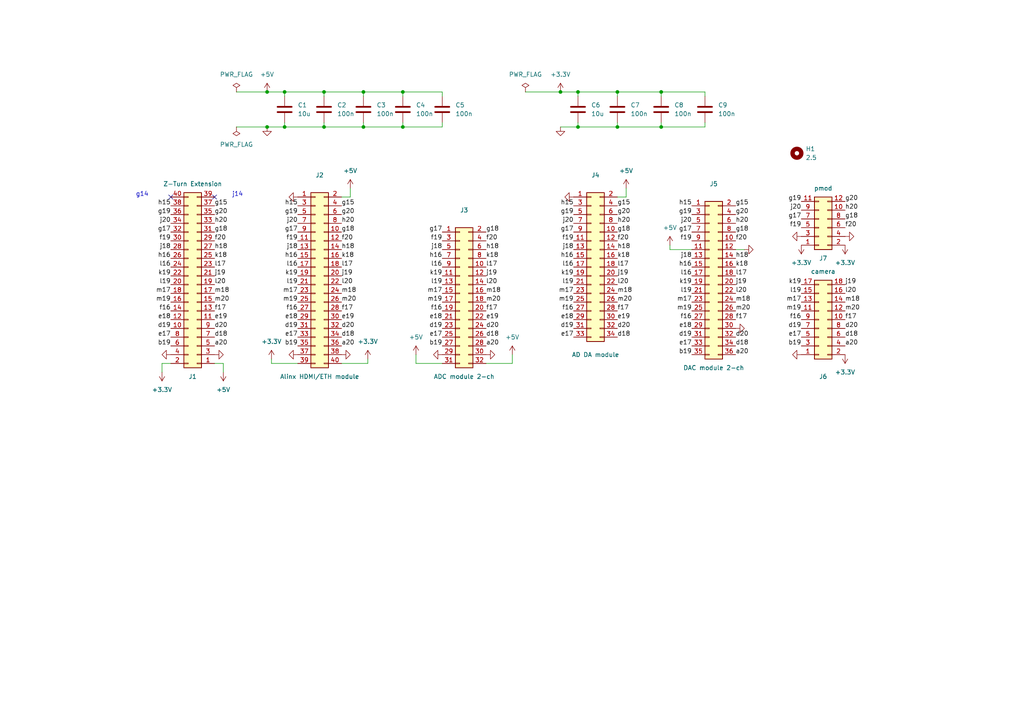
<source format=kicad_sch>
(kicad_sch (version 20211123) (generator eeschema)
  (paper "A4")
  (title_block (title "Z-Adaptor for Z-Turn I/O expansion board") (date "2022-12-06") (rev "1.0") (company "S59MZ"))
  (lib_symbols
    (symbol "Connector_Generic:Conn_02x06_Odd_Even" (pin_names (offset 1.016) hide)
      (property "Reference" "J" (at 1.27 7.62 0))
      (property "Value" "Conn_02x06_Odd_Even" (at 1.27 -10.16 0))
      (symbol "Conn_02x06_Odd_Even_1_1"
        (rectangle (start -1.27 -7.493) (end 0 -7.747) (stroke (width 0.1524)))
        (rectangle (start -1.27 -4.953) (end 0 -5.207) (stroke (width 0.1524)))
        (rectangle (start -1.27 -2.413) (end 0 -2.667) (stroke (width 0.1524)))
        (rectangle (start -1.27 0.127) (end 0 -0.127) (stroke (width 0.1524)))
        (rectangle (start -1.27 2.667) (end 0 2.413) (stroke (width 0.1524)))
        (rectangle (start -1.27 5.207) (end 0 4.953) (stroke (width 0.1524)))
        (rectangle (start -1.27 6.35) (end 3.81 -8.89) (stroke (width 0.254)) (fill (type background)))
        (rectangle (start 3.81 -7.493) (end 2.54 -7.747) (stroke (width 0.1524)))
        (rectangle (start 3.81 -4.953) (end 2.54 -5.207) (stroke (width 0.1524)))
        (rectangle (start 3.81 -2.413) (end 2.54 -2.667) (stroke (width 0.1524)))
        (rectangle (start 3.81 0.127) (end 2.54 -0.127) (stroke (width 0.1524)))
        (rectangle (start 3.81 2.667) (end 2.54 2.413) (stroke (width 0.1524)))
        (rectangle (start 3.81 5.207) (end 2.54 4.953) (stroke (width 0.1524)))
        (pin passive line (at -5.08 5.08 0) (length 3.81) (name "Pin_1") (number "1"))
        (pin passive line (at 7.62 -5.08 180) (length 3.81) (name "Pin_10") (number "10"))
        (pin passive line (at -5.08 -7.62 0) (length 3.81) (name "Pin_11") (number "11"))
        (pin passive line (at 7.62 -7.62 180) (length 3.81) (name "Pin_12") (number "12"))
        (pin passive line (at 7.62 5.08 180) (length 3.81) (name "Pin_2") (number "2"))
        (pin passive line (at -5.08 2.54 0) (length 3.81) (name "Pin_3") (number "3"))
        (pin passive line (at 7.62 2.54 180) (length 3.81) (name "Pin_4") (number "4"))
        (pin passive line (at -5.08 0 0) (length 3.81) (name "Pin_5") (number "5"))
        (pin passive line (at 7.62 0 180) (length 3.81) (name "Pin_6") (number "6"))
        (pin passive line (at -5.08 -2.54 0) (length 3.81) (name "Pin_7") (number "7"))
        (pin passive line (at 7.62 -2.54 180) (length 3.81) (name "Pin_8") (number "8"))
        (pin passive line (at -5.08 -5.08 0) (length 3.81) (name "Pin_9") (number "9"))
      )
    )
    (symbol "Connector_Generic:Conn_02x09_Odd_Even" (pin_names (offset 1.016) hide)
      (property "Reference" "J" (at 1.27 12.7 0))
      (property "Value" "Conn_02x09_Odd_Even" (at 1.27 -12.7 0))
      (symbol "Conn_02x09_Odd_Even_1_1"
        (rectangle (start -1.27 -10.033) (end 0 -10.287) (stroke (width 0.1524)))
        (rectangle (start -1.27 -7.493) (end 0 -7.747) (stroke (width 0.1524)))
        (rectangle (start -1.27 -4.953) (end 0 -5.207) (stroke (width 0.1524)))
        (rectangle (start -1.27 -2.413) (end 0 -2.667) (stroke (width 0.1524)))
        (rectangle (start -1.27 0.127) (end 0 -0.127) (stroke (width 0.1524)))
        (rectangle (start -1.27 2.667) (end 0 2.413) (stroke (width 0.1524)))
        (rectangle (start -1.27 5.207) (end 0 4.953) (stroke (width 0.1524)))
        (rectangle (start -1.27 7.747) (end 0 7.493) (stroke (width 0.1524)))
        (rectangle (start -1.27 10.287) (end 0 10.033) (stroke (width 0.1524)))
        (rectangle (start -1.27 11.43) (end 3.81 -11.43) (stroke (width 0.254)) (fill (type background)))
        (rectangle (start 3.81 -10.033) (end 2.54 -10.287) (stroke (width 0.1524)))
        (rectangle (start 3.81 -7.493) (end 2.54 -7.747) (stroke (width 0.1524)))
        (rectangle (start 3.81 -4.953) (end 2.54 -5.207) (stroke (width 0.1524)))
        (rectangle (start 3.81 -2.413) (end 2.54 -2.667) (stroke (width 0.1524)))
        (rectangle (start 3.81 0.127) (end 2.54 -0.127) (stroke (width 0.1524)))
        (rectangle (start 3.81 2.667) (end 2.54 2.413) (stroke (width 0.1524)))
        (rectangle (start 3.81 5.207) (end 2.54 4.953) (stroke (width 0.1524)))
        (rectangle (start 3.81 7.747) (end 2.54 7.493) (stroke (width 0.1524)))
        (rectangle (start 3.81 10.287) (end 2.54 10.033) (stroke (width 0.1524)))
        (pin passive line (at -5.08 10.16 0) (length 3.81) (name "Pin_1") (number "1"))
        (pin passive line (at 7.62 0 180) (length 3.81) (name "Pin_10") (number "10"))
        (pin passive line (at -5.08 -2.54 0) (length 3.81) (name "Pin_11") (number "11"))
        (pin passive line (at 7.62 -2.54 180) (length 3.81) (name "Pin_12") (number "12"))
        (pin passive line (at -5.08 -5.08 0) (length 3.81) (name "Pin_13") (number "13"))
        (pin passive line (at 7.62 -5.08 180) (length 3.81) (name "Pin_14") (number "14"))
        (pin passive line (at -5.08 -7.62 0) (length 3.81) (name "Pin_15") (number "15"))
        (pin passive line (at 7.62 -7.62 180) (length 3.81) (name "Pin_16") (number "16"))
        (pin passive line (at -5.08 -10.16 0) (length 3.81) (name "Pin_17") (number "17"))
        (pin passive line (at 7.62 -10.16 180) (length 3.81) (name "Pin_18") (number "18"))
        (pin passive line (at 7.62 10.16 180) (length 3.81) (name "Pin_2") (number "2"))
        (pin passive line (at -5.08 7.62 0) (length 3.81) (name "Pin_3") (number "3"))
        (pin passive line (at 7.62 7.62 180) (length 3.81) (name "Pin_4") (number "4"))
        (pin passive line (at -5.08 5.08 0) (length 3.81) (name "Pin_5") (number "5"))
        (pin passive line (at 7.62 5.08 180) (length 3.81) (name "Pin_6") (number "6"))
        (pin passive line (at -5.08 2.54 0) (length 3.81) (name "Pin_7") (number "7"))
        (pin passive line (at 7.62 2.54 180) (length 3.81) (name "Pin_8") (number "8"))
        (pin passive line (at -5.08 0 0) (length 3.81) (name "Pin_9") (number "9"))
      )
    )
    (symbol "Connector_Generic:Conn_02x16_Odd_Even" (pin_names (offset 1.016) hide)
      (property "Reference" "J" (at 1.27 20.32 0))
      (property "Value" "Conn_02x16_Odd_Even" (at 1.27 -22.86 0))
      (symbol "Conn_02x16_Odd_Even_1_1"
        (rectangle (start -1.27 -20.193) (end 0 -20.447) (stroke (width 0.1524)))
        (rectangle (start -1.27 -17.653) (end 0 -17.907) (stroke (width 0.1524)))
        (rectangle (start -1.27 -15.113) (end 0 -15.367) (stroke (width 0.1524)))
        (rectangle (start -1.27 -12.573) (end 0 -12.827) (stroke (width 0.1524)))
        (rectangle (start -1.27 -10.033) (end 0 -10.287) (stroke (width 0.1524)))
        (rectangle (start -1.27 -7.493) (end 0 -7.747) (stroke (width 0.1524)))
        (rectangle (start -1.27 -4.953) (end 0 -5.207) (stroke (width 0.1524)))
        (rectangle (start -1.27 -2.413) (end 0 -2.667) (stroke (width 0.1524)))
        (rectangle (start -1.27 0.127) (end 0 -0.127) (stroke (width 0.1524)))
        (rectangle (start -1.27 2.667) (end 0 2.413) (stroke (width 0.1524)))
        (rectangle (start -1.27 5.207) (end 0 4.953) (stroke (width 0.1524)))
        (rectangle (start -1.27 7.747) (end 0 7.493) (stroke (width 0.1524)))
        (rectangle (start -1.27 10.287) (end 0 10.033) (stroke (width 0.1524)))
        (rectangle (start -1.27 12.827) (end 0 12.573) (stroke (width 0.1524)))
        (rectangle (start -1.27 15.367) (end 0 15.113) (stroke (width 0.1524)))
        (rectangle (start -1.27 17.907) (end 0 17.653) (stroke (width 0.1524)))
        (rectangle (start -1.27 19.05) (end 3.81 -21.59) (stroke (width 0.254)) (fill (type background)))
        (rectangle (start 3.81 -20.193) (end 2.54 -20.447) (stroke (width 0.1524)))
        (rectangle (start 3.81 -17.653) (end 2.54 -17.907) (stroke (width 0.1524)))
        (rectangle (start 3.81 -15.113) (end 2.54 -15.367) (stroke (width 0.1524)))
        (rectangle (start 3.81 -12.573) (end 2.54 -12.827) (stroke (width 0.1524)))
        (rectangle (start 3.81 -10.033) (end 2.54 -10.287) (stroke (width 0.1524)))
        (rectangle (start 3.81 -7.493) (end 2.54 -7.747) (stroke (width 0.1524)))
        (rectangle (start 3.81 -4.953) (end 2.54 -5.207) (stroke (width 0.1524)))
        (rectangle (start 3.81 -2.413) (end 2.54 -2.667) (stroke (width 0.1524)))
        (rectangle (start 3.81 0.127) (end 2.54 -0.127) (stroke (width 0.1524)))
        (rectangle (start 3.81 2.667) (end 2.54 2.413) (stroke (width 0.1524)))
        (rectangle (start 3.81 5.207) (end 2.54 4.953) (stroke (width 0.1524)))
        (rectangle (start 3.81 7.747) (end 2.54 7.493) (stroke (width 0.1524)))
        (rectangle (start 3.81 10.287) (end 2.54 10.033) (stroke (width 0.1524)))
        (rectangle (start 3.81 12.827) (end 2.54 12.573) (stroke (width 0.1524)))
        (rectangle (start 3.81 15.367) (end 2.54 15.113) (stroke (width 0.1524)))
        (rectangle (start 3.81 17.907) (end 2.54 17.653) (stroke (width 0.1524)))
        (pin passive line (at -5.08 17.78 0) (length 3.81) (name "Pin_1") (number "1"))
        (pin passive line (at 7.62 7.62 180) (length 3.81) (name "Pin_10") (number "10"))
        (pin passive line (at -5.08 5.08 0) (length 3.81) (name "Pin_11") (number "11"))
        (pin passive line (at 7.62 5.08 180) (length 3.81) (name "Pin_12") (number "12"))
        (pin passive line (at -5.08 2.54 0) (length 3.81) (name "Pin_13") (number "13"))
        (pin passive line (at 7.62 2.54 180) (length 3.81) (name "Pin_14") (number "14"))
        (pin passive line (at -5.08 0 0) (length 3.81) (name "Pin_15") (number "15"))
        (pin passive line (at 7.62 0 180) (length 3.81) (name "Pin_16") (number "16"))
        (pin passive line (at -5.08 -2.54 0) (length 3.81) (name "Pin_17") (number "17"))
        (pin passive line (at 7.62 -2.54 180) (length 3.81) (name "Pin_18") (number "18"))
        (pin passive line (at -5.08 -5.08 0) (length 3.81) (name "Pin_19") (number "19"))
        (pin passive line (at 7.62 17.78 180) (length 3.81) (name "Pin_2") (number "2"))
        (pin passive line (at 7.62 -5.08 180) (length 3.81) (name "Pin_20") (number "20"))
        (pin passive line (at -5.08 -7.62 0) (length 3.81) (name "Pin_21") (number "21"))
        (pin passive line (at 7.62 -7.62 180) (length 3.81) (name "Pin_22") (number "22"))
        (pin passive line (at -5.08 -10.16 0) (length 3.81) (name "Pin_23") (number "23"))
        (pin passive line (at 7.62 -10.16 180) (length 3.81) (name "Pin_24") (number "24"))
        (pin passive line (at -5.08 -12.7 0) (length 3.81) (name "Pin_25") (number "25"))
        (pin passive line (at 7.62 -12.7 180) (length 3.81) (name "Pin_26") (number "26"))
        (pin passive line (at -5.08 -15.24 0) (length 3.81) (name "Pin_27") (number "27"))
        (pin passive line (at 7.62 -15.24 180) (length 3.81) (name "Pin_28") (number "28"))
        (pin passive line (at -5.08 -17.78 0) (length 3.81) (name "Pin_29") (number "29"))
        (pin passive line (at -5.08 15.24 0) (length 3.81) (name "Pin_3") (number "3"))
        (pin passive line (at 7.62 -17.78 180) (length 3.81) (name "Pin_30") (number "30"))
        (pin passive line (at -5.08 -20.32 0) (length 3.81) (name "Pin_31") (number "31"))
        (pin passive line (at 7.62 -20.32 180) (length 3.81) (name "Pin_32") (number "32"))
        (pin passive line (at 7.62 15.24 180) (length 3.81) (name "Pin_4") (number "4"))
        (pin passive line (at -5.08 12.7 0) (length 3.81) (name "Pin_5") (number "5"))
        (pin passive line (at 7.62 12.7 180) (length 3.81) (name "Pin_6") (number "6"))
        (pin passive line (at -5.08 10.16 0) (length 3.81) (name "Pin_7") (number "7"))
        (pin passive line (at 7.62 10.16 180) (length 3.81) (name "Pin_8") (number "8"))
        (pin passive line (at -5.08 7.62 0) (length 3.81) (name "Pin_9") (number "9"))
      )
    )
    (symbol "Connector_Generic:Conn_02x17_Odd_Even" (pin_names (offset 1.016) hide)
      (property "Reference" "J" (at 1.27 22.86 0))
      (property "Value" "Conn_02x17_Odd_Even" (at 1.27 -22.86 0))
      (symbol "Conn_02x17_Odd_Even_1_1"
        (rectangle (start -1.27 -20.193) (end 0 -20.447) (stroke (width 0.1524)))
        (rectangle (start -1.27 -17.653) (end 0 -17.907) (stroke (width 0.1524)))
        (rectangle (start -1.27 -15.113) (end 0 -15.367) (stroke (width 0.1524)))
        (rectangle (start -1.27 -12.573) (end 0 -12.827) (stroke (width 0.1524)))
        (rectangle (start -1.27 -10.033) (end 0 -10.287) (stroke (width 0.1524)))
        (rectangle (start -1.27 -7.493) (end 0 -7.747) (stroke (width 0.1524)))
        (rectangle (start -1.27 -4.953) (end 0 -5.207) (stroke (width 0.1524)))
        (rectangle (start -1.27 -2.413) (end 0 -2.667) (stroke (width 0.1524)))
        (rectangle (start -1.27 0.127) (end 0 -0.127) (stroke (width 0.1524)))
        (rectangle (start -1.27 2.667) (end 0 2.413) (stroke (width 0.1524)))
        (rectangle (start -1.27 5.207) (end 0 4.953) (stroke (width 0.1524)))
        (rectangle (start -1.27 7.747) (end 0 7.493) (stroke (width 0.1524)))
        (rectangle (start -1.27 10.287) (end 0 10.033) (stroke (width 0.1524)))
        (rectangle (start -1.27 12.827) (end 0 12.573) (stroke (width 0.1524)))
        (rectangle (start -1.27 15.367) (end 0 15.113) (stroke (width 0.1524)))
        (rectangle (start -1.27 17.907) (end 0 17.653) (stroke (width 0.1524)))
        (rectangle (start -1.27 20.447) (end 0 20.193) (stroke (width 0.1524)))
        (rectangle (start -1.27 21.59) (end 3.81 -21.59) (stroke (width 0.254)) (fill (type background)))
        (rectangle (start 3.81 -20.193) (end 2.54 -20.447) (stroke (width 0.1524)))
        (rectangle (start 3.81 -17.653) (end 2.54 -17.907) (stroke (width 0.1524)))
        (rectangle (start 3.81 -15.113) (end 2.54 -15.367) (stroke (width 0.1524)))
        (rectangle (start 3.81 -12.573) (end 2.54 -12.827) (stroke (width 0.1524)))
        (rectangle (start 3.81 -10.033) (end 2.54 -10.287) (stroke (width 0.1524)))
        (rectangle (start 3.81 -7.493) (end 2.54 -7.747) (stroke (width 0.1524)))
        (rectangle (start 3.81 -4.953) (end 2.54 -5.207) (stroke (width 0.1524)))
        (rectangle (start 3.81 -2.413) (end 2.54 -2.667) (stroke (width 0.1524)))
        (rectangle (start 3.81 0.127) (end 2.54 -0.127) (stroke (width 0.1524)))
        (rectangle (start 3.81 2.667) (end 2.54 2.413) (stroke (width 0.1524)))
        (rectangle (start 3.81 5.207) (end 2.54 4.953) (stroke (width 0.1524)))
        (rectangle (start 3.81 7.747) (end 2.54 7.493) (stroke (width 0.1524)))
        (rectangle (start 3.81 10.287) (end 2.54 10.033) (stroke (width 0.1524)))
        (rectangle (start 3.81 12.827) (end 2.54 12.573) (stroke (width 0.1524)))
        (rectangle (start 3.81 15.367) (end 2.54 15.113) (stroke (width 0.1524)))
        (rectangle (start 3.81 17.907) (end 2.54 17.653) (stroke (width 0.1524)))
        (rectangle (start 3.81 20.447) (end 2.54 20.193) (stroke (width 0.1524)))
        (pin passive line (at -5.08 20.32 0) (length 3.81) (name "Pin_1") (number "1"))
        (pin passive line (at 7.62 10.16 180) (length 3.81) (name "Pin_10") (number "10"))
        (pin passive line (at -5.08 7.62 0) (length 3.81) (name "Pin_11") (number "11"))
        (pin passive line (at 7.62 7.62 180) (length 3.81) (name "Pin_12") (number "12"))
        (pin passive line (at -5.08 5.08 0) (length 3.81) (name "Pin_13") (number "13"))
        (pin passive line (at 7.62 5.08 180) (length 3.81) (name "Pin_14") (number "14"))
        (pin passive line (at -5.08 2.54 0) (length 3.81) (name "Pin_15") (number "15"))
        (pin passive line (at 7.62 2.54 180) (length 3.81) (name "Pin_16") (number "16"))
        (pin passive line (at -5.08 0 0) (length 3.81) (name "Pin_17") (number "17"))
        (pin passive line (at 7.62 0 180) (length 3.81) (name "Pin_18") (number "18"))
        (pin passive line (at -5.08 -2.54 0) (length 3.81) (name "Pin_19") (number "19"))
        (pin passive line (at 7.62 20.32 180) (length 3.81) (name "Pin_2") (number "2"))
        (pin passive line (at 7.62 -2.54 180) (length 3.81) (name "Pin_20") (number "20"))
        (pin passive line (at -5.08 -5.08 0) (length 3.81) (name "Pin_21") (number "21"))
        (pin passive line (at 7.62 -5.08 180) (length 3.81) (name "Pin_22") (number "22"))
        (pin passive line (at -5.08 -7.62 0) (length 3.81) (name "Pin_23") (number "23"))
        (pin passive line (at 7.62 -7.62 180) (length 3.81) (name "Pin_24") (number "24"))
        (pin passive line (at -5.08 -10.16 0) (length 3.81) (name "Pin_25") (number "25"))
        (pin passive line (at 7.62 -10.16 180) (length 3.81) (name "Pin_26") (number "26"))
        (pin passive line (at -5.08 -12.7 0) (length 3.81) (name "Pin_27") (number "27"))
        (pin passive line (at 7.62 -12.7 180) (length 3.81) (name "Pin_28") (number "28"))
        (pin passive line (at -5.08 -15.24 0) (length 3.81) (name "Pin_29") (number "29"))
        (pin passive line (at -5.08 17.78 0) (length 3.81) (name "Pin_3") (number "3"))
        (pin passive line (at 7.62 -15.24 180) (length 3.81) (name "Pin_30") (number "30"))
        (pin passive line (at -5.08 -17.78 0) (length 3.81) (name "Pin_31") (number "31"))
        (pin passive line (at 7.62 -17.78 180) (length 3.81) (name "Pin_32") (number "32"))
        (pin passive line (at -5.08 -20.32 0) (length 3.81) (name "Pin_33") (number "33"))
        (pin passive line (at 7.62 -20.32 180) (length 3.81) (name "Pin_34") (number "34"))
        (pin passive line (at 7.62 17.78 180) (length 3.81) (name "Pin_4") (number "4"))
        (pin passive line (at -5.08 15.24 0) (length 3.81) (name "Pin_5") (number "5"))
        (pin passive line (at 7.62 15.24 180) (length 3.81) (name "Pin_6") (number "6"))
        (pin passive line (at -5.08 12.7 0) (length 3.81) (name "Pin_7") (number "7"))
        (pin passive line (at 7.62 12.7 180) (length 3.81) (name "Pin_8") (number "8"))
        (pin passive line (at -5.08 10.16 0) (length 3.81) (name "Pin_9") (number "9"))
      )
    )
    (symbol "Connector_Generic:Conn_02x18_Odd_Even" (pin_names (offset 1.016) hide)
      (property "Reference" "J" (at 1.27 22.86 0))
      (property "Value" "Conn_02x18_Odd_Even" (at 1.27 -25.4 0))
      (symbol "Conn_02x18_Odd_Even_1_1"
        (rectangle (start -1.27 -22.733) (end 0 -22.987) (stroke (width 0.1524)))
        (rectangle (start -1.27 -20.193) (end 0 -20.447) (stroke (width 0.1524)))
        (rectangle (start -1.27 -17.653) (end 0 -17.907) (stroke (width 0.1524)))
        (rectangle (start -1.27 -15.113) (end 0 -15.367) (stroke (width 0.1524)))
        (rectangle (start -1.27 -12.573) (end 0 -12.827) (stroke (width 0.1524)))
        (rectangle (start -1.27 -10.033) (end 0 -10.287) (stroke (width 0.1524)))
        (rectangle (start -1.27 -7.493) (end 0 -7.747) (stroke (width 0.1524)))
        (rectangle (start -1.27 -4.953) (end 0 -5.207) (stroke (width 0.1524)))
        (rectangle (start -1.27 -2.413) (end 0 -2.667) (stroke (width 0.1524)))
        (rectangle (start -1.27 0.127) (end 0 -0.127) (stroke (width 0.1524)))
        (rectangle (start -1.27 2.667) (end 0 2.413) (stroke (width 0.1524)))
        (rectangle (start -1.27 5.207) (end 0 4.953) (stroke (width 0.1524)))
        (rectangle (start -1.27 7.747) (end 0 7.493) (stroke (width 0.1524)))
        (rectangle (start -1.27 10.287) (end 0 10.033) (stroke (width 0.1524)))
        (rectangle (start -1.27 12.827) (end 0 12.573) (stroke (width 0.1524)))
        (rectangle (start -1.27 15.367) (end 0 15.113) (stroke (width 0.1524)))
        (rectangle (start -1.27 17.907) (end 0 17.653) (stroke (width 0.1524)))
        (rectangle (start -1.27 20.447) (end 0 20.193) (stroke (width 0.1524)))
        (rectangle (start -1.27 21.59) (end 3.81 -24.13) (stroke (width 0.254)) (fill (type background)))
        (rectangle (start 3.81 -22.733) (end 2.54 -22.987) (stroke (width 0.1524)))
        (rectangle (start 3.81 -20.193) (end 2.54 -20.447) (stroke (width 0.1524)))
        (rectangle (start 3.81 -17.653) (end 2.54 -17.907) (stroke (width 0.1524)))
        (rectangle (start 3.81 -15.113) (end 2.54 -15.367) (stroke (width 0.1524)))
        (rectangle (start 3.81 -12.573) (end 2.54 -12.827) (stroke (width 0.1524)))
        (rectangle (start 3.81 -10.033) (end 2.54 -10.287) (stroke (width 0.1524)))
        (rectangle (start 3.81 -7.493) (end 2.54 -7.747) (stroke (width 0.1524)))
        (rectangle (start 3.81 -4.953) (end 2.54 -5.207) (stroke (width 0.1524)))
        (rectangle (start 3.81 -2.413) (end 2.54 -2.667) (stroke (width 0.1524)))
        (rectangle (start 3.81 0.127) (end 2.54 -0.127) (stroke (width 0.1524)))
        (rectangle (start 3.81 2.667) (end 2.54 2.413) (stroke (width 0.1524)))
        (rectangle (start 3.81 5.207) (end 2.54 4.953) (stroke (width 0.1524)))
        (rectangle (start 3.81 7.747) (end 2.54 7.493) (stroke (width 0.1524)))
        (rectangle (start 3.81 10.287) (end 2.54 10.033) (stroke (width 0.1524)))
        (rectangle (start 3.81 12.827) (end 2.54 12.573) (stroke (width 0.1524)))
        (rectangle (start 3.81 15.367) (end 2.54 15.113) (stroke (width 0.1524)))
        (rectangle (start 3.81 17.907) (end 2.54 17.653) (stroke (width 0.1524)))
        (rectangle (start 3.81 20.447) (end 2.54 20.193) (stroke (width 0.1524)))
        (pin passive line (at -5.08 20.32 0) (length 3.81) (name "Pin_1") (number "1"))
        (pin passive line (at 7.62 10.16 180) (length 3.81) (name "Pin_10") (number "10"))
        (pin passive line (at -5.08 7.62 0) (length 3.81) (name "Pin_11") (number "11"))
        (pin passive line (at 7.62 7.62 180) (length 3.81) (name "Pin_12") (number "12"))
        (pin passive line (at -5.08 5.08 0) (length 3.81) (name "Pin_13") (number "13"))
        (pin passive line (at 7.62 5.08 180) (length 3.81) (name "Pin_14") (number "14"))
        (pin passive line (at -5.08 2.54 0) (length 3.81) (name "Pin_15") (number "15"))
        (pin passive line (at 7.62 2.54 180) (length 3.81) (name "Pin_16") (number "16"))
        (pin passive line (at -5.08 0 0) (length 3.81) (name "Pin_17") (number "17"))
        (pin passive line (at 7.62 0 180) (length 3.81) (name "Pin_18") (number "18"))
        (pin passive line (at -5.08 -2.54 0) (length 3.81) (name "Pin_19") (number "19"))
        (pin passive line (at 7.62 20.32 180) (length 3.81) (name "Pin_2") (number "2"))
        (pin passive line (at 7.62 -2.54 180) (length 3.81) (name "Pin_20") (number "20"))
        (pin passive line (at -5.08 -5.08 0) (length 3.81) (name "Pin_21") (number "21"))
        (pin passive line (at 7.62 -5.08 180) (length 3.81) (name "Pin_22") (number "22"))
        (pin passive line (at -5.08 -7.62 0) (length 3.81) (name "Pin_23") (number "23"))
        (pin passive line (at 7.62 -7.62 180) (length 3.81) (name "Pin_24") (number "24"))
        (pin passive line (at -5.08 -10.16 0) (length 3.81) (name "Pin_25") (number "25"))
        (pin passive line (at 7.62 -10.16 180) (length 3.81) (name "Pin_26") (number "26"))
        (pin passive line (at -5.08 -12.7 0) (length 3.81) (name "Pin_27") (number "27"))
        (pin passive line (at 7.62 -12.7 180) (length 3.81) (name "Pin_28") (number "28"))
        (pin passive line (at -5.08 -15.24 0) (length 3.81) (name "Pin_29") (number "29"))
        (pin passive line (at -5.08 17.78 0) (length 3.81) (name "Pin_3") (number "3"))
        (pin passive line (at 7.62 -15.24 180) (length 3.81) (name "Pin_30") (number "30"))
        (pin passive line (at -5.08 -17.78 0) (length 3.81) (name "Pin_31") (number "31"))
        (pin passive line (at 7.62 -17.78 180) (length 3.81) (name "Pin_32") (number "32"))
        (pin passive line (at -5.08 -20.32 0) (length 3.81) (name "Pin_33") (number "33"))
        (pin passive line (at 7.62 -20.32 180) (length 3.81) (name "Pin_34") (number "34"))
        (pin passive line (at -5.08 -22.86 0) (length 3.81) (name "Pin_35") (number "35"))
        (pin passive line (at 7.62 -22.86 180) (length 3.81) (name "Pin_36") (number "36"))
        (pin passive line (at 7.62 17.78 180) (length 3.81) (name "Pin_4") (number "4"))
        (pin passive line (at -5.08 15.24 0) (length 3.81) (name "Pin_5") (number "5"))
        (pin passive line (at 7.62 15.24 180) (length 3.81) (name "Pin_6") (number "6"))
        (pin passive line (at -5.08 12.7 0) (length 3.81) (name "Pin_7") (number "7"))
        (pin passive line (at 7.62 12.7 180) (length 3.81) (name "Pin_8") (number "8"))
        (pin passive line (at -5.08 10.16 0) (length 3.81) (name "Pin_9") (number "9"))
      )
    )
    (symbol "Connector_Generic:Conn_02x20_Odd_Even" (pin_names (offset 1.016) hide)
      (property "Reference" "J" (at 1.27 25.4 0))
      (property "Value" "Conn_02x20_Odd_Even" (at 1.27 -27.94 0))
      (symbol "Conn_02x20_Odd_Even_1_1"
        (rectangle (start -1.27 -25.273) (end 0 -25.527) (stroke (width 0.1524)))
        (rectangle (start -1.27 -22.733) (end 0 -22.987) (stroke (width 0.1524)))
        (rectangle (start -1.27 -20.193) (end 0 -20.447) (stroke (width 0.1524)))
        (rectangle (start -1.27 -17.653) (end 0 -17.907) (stroke (width 0.1524)))
        (rectangle (start -1.27 -15.113) (end 0 -15.367) (stroke (width 0.1524)))
        (rectangle (start -1.27 -12.573) (end 0 -12.827) (stroke (width 0.1524)))
        (rectangle (start -1.27 -10.033) (end 0 -10.287) (stroke (width 0.1524)))
        (rectangle (start -1.27 -7.493) (end 0 -7.747) (stroke (width 0.1524)))
        (rectangle (start -1.27 -4.953) (end 0 -5.207) (stroke (width 0.1524)))
        (rectangle (start -1.27 -2.413) (end 0 -2.667) (stroke (width 0.1524)))
        (rectangle (start -1.27 0.127) (end 0 -0.127) (stroke (width 0.1524)))
        (rectangle (start -1.27 2.667) (end 0 2.413) (stroke (width 0.1524)))
        (rectangle (start -1.27 5.207) (end 0 4.953) (stroke (width 0.1524)))
        (rectangle (start -1.27 7.747) (end 0 7.493) (stroke (width 0.1524)))
        (rectangle (start -1.27 10.287) (end 0 10.033) (stroke (width 0.1524)))
        (rectangle (start -1.27 12.827) (end 0 12.573) (stroke (width 0.1524)))
        (rectangle (start -1.27 15.367) (end 0 15.113) (stroke (width 0.1524)))
        (rectangle (start -1.27 17.907) (end 0 17.653) (stroke (width 0.1524)))
        (rectangle (start -1.27 20.447) (end 0 20.193) (stroke (width 0.1524)))
        (rectangle (start -1.27 22.987) (end 0 22.733) (stroke (width 0.1524)))
        (rectangle (start -1.27 24.13) (end 3.81 -26.67) (stroke (width 0.254)) (fill (type background)))
        (rectangle (start 3.81 -25.273) (end 2.54 -25.527) (stroke (width 0.1524)))
        (rectangle (start 3.81 -22.733) (end 2.54 -22.987) (stroke (width 0.1524)))
        (rectangle (start 3.81 -20.193) (end 2.54 -20.447) (stroke (width 0.1524)))
        (rectangle (start 3.81 -17.653) (end 2.54 -17.907) (stroke (width 0.1524)))
        (rectangle (start 3.81 -15.113) (end 2.54 -15.367) (stroke (width 0.1524)))
        (rectangle (start 3.81 -12.573) (end 2.54 -12.827) (stroke (width 0.1524)))
        (rectangle (start 3.81 -10.033) (end 2.54 -10.287) (stroke (width 0.1524)))
        (rectangle (start 3.81 -7.493) (end 2.54 -7.747) (stroke (width 0.1524)))
        (rectangle (start 3.81 -4.953) (end 2.54 -5.207) (stroke (width 0.1524)))
        (rectangle (start 3.81 -2.413) (end 2.54 -2.667) (stroke (width 0.1524)))
        (rectangle (start 3.81 0.127) (end 2.54 -0.127) (stroke (width 0.1524)))
        (rectangle (start 3.81 2.667) (end 2.54 2.413) (stroke (width 0.1524)))
        (rectangle (start 3.81 5.207) (end 2.54 4.953) (stroke (width 0.1524)))
        (rectangle (start 3.81 7.747) (end 2.54 7.493) (stroke (width 0.1524)))
        (rectangle (start 3.81 10.287) (end 2.54 10.033) (stroke (width 0.1524)))
        (rectangle (start 3.81 12.827) (end 2.54 12.573) (stroke (width 0.1524)))
        (rectangle (start 3.81 15.367) (end 2.54 15.113) (stroke (width 0.1524)))
        (rectangle (start 3.81 17.907) (end 2.54 17.653) (stroke (width 0.1524)))
        (rectangle (start 3.81 20.447) (end 2.54 20.193) (stroke (width 0.1524)))
        (rectangle (start 3.81 22.987) (end 2.54 22.733) (stroke (width 0.1524)))
        (pin passive line (at -5.08 22.86 0) (length 3.81) (name "Pin_1") (number "1"))
        (pin passive line (at 7.62 12.7 180) (length 3.81) (name "Pin_10") (number "10"))
        (pin passive line (at -5.08 10.16 0) (length 3.81) (name "Pin_11") (number "11"))
        (pin passive line (at 7.62 10.16 180) (length 3.81) (name "Pin_12") (number "12"))
        (pin passive line (at -5.08 7.62 0) (length 3.81) (name "Pin_13") (number "13"))
        (pin passive line (at 7.62 7.62 180) (length 3.81) (name "Pin_14") (number "14"))
        (pin passive line (at -5.08 5.08 0) (length 3.81) (name "Pin_15") (number "15"))
        (pin passive line (at 7.62 5.08 180) (length 3.81) (name "Pin_16") (number "16"))
        (pin passive line (at -5.08 2.54 0) (length 3.81) (name "Pin_17") (number "17"))
        (pin passive line (at 7.62 2.54 180) (length 3.81) (name "Pin_18") (number "18"))
        (pin passive line (at -5.08 0 0) (length 3.81) (name "Pin_19") (number "19"))
        (pin passive line (at 7.62 22.86 180) (length 3.81) (name "Pin_2") (number "2"))
        (pin passive line (at 7.62 0 180) (length 3.81) (name "Pin_20") (number "20"))
        (pin passive line (at -5.08 -2.54 0) (length 3.81) (name "Pin_21") (number "21"))
        (pin passive line (at 7.62 -2.54 180) (length 3.81) (name "Pin_22") (number "22"))
        (pin passive line (at -5.08 -5.08 0) (length 3.81) (name "Pin_23") (number "23"))
        (pin passive line (at 7.62 -5.08 180) (length 3.81) (name "Pin_24") (number "24"))
        (pin passive line (at -5.08 -7.62 0) (length 3.81) (name "Pin_25") (number "25"))
        (pin passive line (at 7.62 -7.62 180) (length 3.81) (name "Pin_26") (number "26"))
        (pin passive line (at -5.08 -10.16 0) (length 3.81) (name "Pin_27") (number "27"))
        (pin passive line (at 7.62 -10.16 180) (length 3.81) (name "Pin_28") (number "28"))
        (pin passive line (at -5.08 -12.7 0) (length 3.81) (name "Pin_29") (number "29"))
        (pin passive line (at -5.08 20.32 0) (length 3.81) (name "Pin_3") (number "3"))
        (pin passive line (at 7.62 -12.7 180) (length 3.81) (name "Pin_30") (number "30"))
        (pin passive line (at -5.08 -15.24 0) (length 3.81) (name "Pin_31") (number "31"))
        (pin passive line (at 7.62 -15.24 180) (length 3.81) (name "Pin_32") (number "32"))
        (pin passive line (at -5.08 -17.78 0) (length 3.81) (name "Pin_33") (number "33"))
        (pin passive line (at 7.62 -17.78 180) (length 3.81) (name "Pin_34") (number "34"))
        (pin passive line (at -5.08 -20.32 0) (length 3.81) (name "Pin_35") (number "35"))
        (pin passive line (at 7.62 -20.32 180) (length 3.81) (name "Pin_36") (number "36"))
        (pin passive line (at -5.08 -22.86 0) (length 3.81) (name "Pin_37") (number "37"))
        (pin passive line (at 7.62 -22.86 180) (length 3.81) (name "Pin_38") (number "38"))
        (pin passive line (at -5.08 -25.4 0) (length 3.81) (name "Pin_39") (number "39"))
        (pin passive line (at 7.62 20.32 180) (length 3.81) (name "Pin_4") (number "4"))
        (pin passive line (at 7.62 -25.4 180) (length 3.81) (name "Pin_40") (number "40"))
        (pin passive line (at -5.08 17.78 0) (length 3.81) (name "Pin_5") (number "5"))
        (pin passive line (at 7.62 17.78 180) (length 3.81) (name "Pin_6") (number "6"))
        (pin passive line (at -5.08 15.24 0) (length 3.81) (name "Pin_7") (number "7"))
        (pin passive line (at 7.62 15.24 180) (length 3.81) (name "Pin_8") (number "8"))
        (pin passive line (at -5.08 12.7 0) (length 3.81) (name "Pin_9") (number "9"))
      )
    )
    (symbol "Device:C" (pin_numbers hide) (pin_names (offset 0.254))
      (property "Reference" "C" (at 0.635 2.54 0))
      (property "Value" "C" (at 0.635 -2.54 0))
      (symbol "C_0_1"
        (polyline (pts (xy -2.032 -0.762) (xy 2.032 -0.762)) (stroke (width 0.508)))
        (polyline (pts (xy -2.032 0.762) (xy 2.032 0.762)) (stroke (width 0.508)))
      )
      (symbol "C_1_1"
        (pin passive line (at 0 3.81 270) (length 2.794) (name "~") (number "1"))
        (pin passive line (at 0 -3.81 90) (length 2.794) (name "~") (number "2"))
      )
    )
    (symbol "Mechanical:MountingHole" (pin_names (offset 1.016))
      (property "Reference" "H" (at 0 5.08 0))
      (property "Value" "MountingHole" (at 0 3.175 0))
      (symbol "MountingHole_0_1"
        (circle (center 0 0) (radius 1.27) (stroke (width 1.27)))
      )
    )
    (symbol "power:+3.3V" (power) (pin_names (offset 0))
      (property "Value" "+3.3V" (at 0 3.556 0))
      (symbol "+3.3V_0_1"
        (polyline (pts (xy -0.762 1.27) (xy 0 2.54)))
        (polyline (pts (xy 0 0) (xy 0 2.54)))
        (polyline (pts (xy 0 2.54) (xy 0.762 1.27)))
      )
      (symbol "+3.3V_1_1"
        (pin power_in line (at 0 0 90) (length 0) hide (name "+3.3V") (number "1"))
      )
    )
    (symbol "power:+5V" (power) (pin_names (offset 0))
      (property "Value" "+5V" (at 0 3.556 0))
      (symbol "+5V_0_1"
        (polyline (pts (xy -0.762 1.27) (xy 0 2.54)))
        (polyline (pts (xy 0 0) (xy 0 2.54)))
        (polyline (pts (xy 0 2.54) (xy 0.762 1.27)))
      )
      (symbol "+5V_1_1"
        (pin power_in line (at 0 0 90) (length 0) hide (name "+5V") (number "1"))
      )
    )
    (symbol "power:GND" (power) (pin_names (offset 0))
      (property "Value" "GND" (at 0 -3.81 0))
      (symbol "GND_0_1"
        (polyline (pts (xy 0 0) (xy 0 -1.27) (xy 1.27 -1.27) (xy 0 -2.54) (xy -1.27 -1.27) (xy 0 -1.27)))
      )
      (symbol "GND_1_1"
        (pin power_in line (at 0 0 270) (length 0) hide (name "GND") (number "1"))
      )
    )
    (symbol "power:PWR_FLAG" (power) (pin_numbers hide) (pin_names (offset 0) hide)
      (property "Value" "PWR_FLAG" (at 0 3.81 0))
      (symbol "PWR_FLAG_0_0"
        (pin power_out line (at 0 0 90) (length 0) (name "pwr") (number "1"))
      )
      (symbol "PWR_FLAG_0_1"
        (polyline (pts (xy 0 0) (xy 0 1.27) (xy -1.016 1.905) (xy 0 2.54) (xy 1.016 1.905) (xy 0 1.27)))
      )
    )
  )
  (junction (at 116.84 36.83))
  (junction (at 105.41 36.83))
  (junction (at 167.64 26.67))
  (junction (at 116.84 26.67))
  (junction (at 77.47 36.83))
  (junction (at 105.41 26.67))
  (junction (at 93.98 26.67))
  (junction (at 82.55 36.83))
  (junction (at 93.98 36.83))
  (junction (at 191.77 36.83))
  (junction (at 167.64 36.83))
  (junction (at 191.77 26.67))
  (junction (at 179.07 36.83))
  (junction (at 162.56 26.67))
  (junction (at 77.47 26.67))
  (junction (at 82.55 26.67))
  (junction (at 179.07 26.67))
  (no_connect (at 62.23 57.15))
  (no_connect (at 49.53 57.15))
  (wire (pts (xy 64.77 107.95) (xy 64.77 105.41)))
  (wire (pts (xy 82.55 26.67) (xy 82.55 27.94)))
  (wire (pts (xy 93.98 35.56) (xy 93.98 36.83)))
  (wire (pts (xy 120.65 102.87) (xy 120.65 105.41)))
  (wire (pts (xy 106.68 105.41) (xy 99.06 105.41)))
  (wire (pts (xy 101.6 54.61) (xy 101.6 57.15)))
  (wire (pts (xy 167.64 26.67) (xy 179.07 26.67)))
  (wire (pts (xy 179.07 26.67) (xy 179.07 27.94)))
  (wire (pts (xy 128.27 27.94) (xy 128.27 26.67)))
  (wire (pts (xy 68.58 36.83) (xy 77.47 36.83)))
  (wire (pts (xy 116.84 36.83) (xy 128.27 36.83)))
  (wire (pts (xy 78.74 104.14) (xy 78.74 105.41)))
  (wire (pts (xy 148.59 102.87) (xy 148.59 105.41)))
  (wire (pts (xy 194.31 71.12) (xy 194.31 72.39)))
  (wire (pts (xy 101.6 57.15) (xy 99.06 57.15)))
  (wire (pts (xy 128.27 35.56) (xy 128.27 36.83)))
  (wire (pts (xy 191.77 26.67) (xy 191.77 27.94)))
  (wire (pts (xy 181.61 54.61) (xy 181.61 57.15)))
  (wire (pts (xy 181.61 57.15) (xy 179.07 57.15)))
  (wire (pts (xy 78.74 105.41) (xy 86.36 105.41)))
  (wire (pts (xy 93.98 26.67) (xy 105.41 26.67)))
  (wire (pts (xy 120.65 105.41) (xy 128.27 105.41)))
  (wire (pts (xy 152.4 26.67) (xy 162.56 26.67)))
  (wire (pts (xy 140.97 105.41) (xy 148.59 105.41)))
  (wire (pts (xy 116.84 36.83) (xy 116.84 35.56)))
  (wire (pts (xy 106.68 104.14) (xy 106.68 105.41)))
  (wire (pts (xy 82.55 35.56) (xy 82.55 36.83)))
  (wire (pts (xy 105.41 26.67) (xy 105.41 27.94)))
  (wire (pts (xy 93.98 26.67) (xy 93.98 27.94)))
  (wire (pts (xy 105.41 35.56) (xy 105.41 36.83)))
  (wire (pts (xy 191.77 26.67) (xy 179.07 26.67)))
  (wire (pts (xy 179.07 36.83) (xy 179.07 35.56)))
  (wire (pts (xy 194.31 72.39) (xy 200.66 72.39)))
  (wire (pts (xy 191.77 35.56) (xy 191.77 36.83)))
  (wire (pts (xy 49.53 105.41) (xy 46.99 105.41)))
  (wire (pts (xy 179.07 36.83) (xy 191.77 36.83)))
  (wire (pts (xy 204.47 27.94) (xy 204.47 26.67)))
  (wire (pts (xy 204.47 35.56) (xy 204.47 36.83)))
  (wire (pts (xy 167.64 35.56) (xy 167.64 36.83)))
  (wire (pts (xy 204.47 26.67) (xy 191.77 26.67)))
  (wire (pts (xy 116.84 26.67) (xy 116.84 27.94)))
  (wire (pts (xy 105.41 26.67) (xy 116.84 26.67)))
  (wire (pts (xy 77.47 36.83) (xy 82.55 36.83)))
  (wire (pts (xy 77.47 26.67) (xy 82.55 26.67)))
  (wire (pts (xy 162.56 26.67) (xy 167.64 26.67)))
  (wire (pts (xy 82.55 36.83) (xy 93.98 36.83)))
  (wire (pts (xy 215.9 72.39) (xy 213.36 72.39)))
  (wire (pts (xy 68.58 26.67) (xy 77.47 26.67)))
  (wire (pts (xy 162.56 36.83) (xy 167.64 36.83)))
  (wire (pts (xy 167.64 36.83) (xy 179.07 36.83)))
  (wire (pts (xy 46.99 105.41) (xy 46.99 107.95)))
  (wire (pts (xy 93.98 36.83) (xy 105.41 36.83)))
  (wire (pts (xy 105.41 36.83) (xy 116.84 36.83)))
  (wire (pts (xy 167.64 26.67) (xy 167.64 27.94)))
  (wire (pts (xy 82.55 26.67) (xy 93.98 26.67)))
  (wire (pts (xy 191.77 36.83) (xy 204.47 36.83)))
  (wire (pts (xy 64.77 105.41) (xy 62.23 105.41)))
  (wire (pts (xy 116.84 26.67) (xy 128.27 26.67)))
  (text "j14" (at 67.31 57.15 0) (effects (font (size 1.27 1.27)) (justify left bottom)))
  (text "g14" (at 39.37 57.15 0) (effects (font (size 1.27 1.27)) (justify left bottom)))
  (label "m20" (at 99.06 87.63 0))
  (label "g19" (at 166.37 62.23 180))
  (label "m18" (at 140.97 85.09 0))
  (label "e17" (at 128.27 97.79 180))
  (label "d20" (at 62.23 95.25 0))
  (label "e19" (at 62.23 92.71 0))
  (label "h18" (at 62.23 72.39 0))
  (label "g17" (at 200.66 67.31 180))
  (label "g19" (at 49.53 62.23 180))
  (label "k18" (at 213.36 77.47 0))
  (label "k19" (at 232.41 82.55 180))
  (label "g20" (at 99.06 62.23 0))
  (label "l20" (at 99.06 82.55 0))
  (label "f20" (at 179.07 69.85 0))
  (label "l19" (at 128.27 82.55 180))
  (label "m17" (at 232.41 87.63 180))
  (label "m20" (at 140.97 87.63 0))
  (label "m20" (at 179.07 87.63 0))
  (label "f17" (at 140.97 90.17 0))
  (label "f16" (at 200.66 92.71 180))
  (label "a20" (at 62.23 100.33 0))
  (label "g20" (at 62.23 62.23 0))
  (label "l19" (at 232.41 85.09 180))
  (label "l17" (at 62.23 77.47 0))
  (label "g18" (at 245.11 63.5 0))
  (label "f20" (at 62.23 69.85 0))
  (label "d20" (at 140.97 95.25 0))
  (label "l17" (at 99.06 77.47 0))
  (label "l17" (at 179.07 77.47 0))
  (label "g18" (at 179.07 67.31 0))
  (label "d19" (at 49.53 95.25 180))
  (label "h20" (at 99.06 64.77 0))
  (label "h16" (at 200.66 77.47 180))
  (label "f16" (at 232.41 92.71 180))
  (label "l17" (at 140.97 77.47 0))
  (label "h16" (at 86.36 74.93 180))
  (label "b19" (at 200.66 102.87 180))
  (label "l20" (at 140.97 82.55 0))
  (label "m18" (at 213.36 87.63 0))
  (label "d20" (at 179.07 95.25 0))
  (label "m18" (at 179.07 85.09 0))
  (label "g17" (at 49.53 67.31 180))
  (label "k18" (at 62.23 74.93 0))
  (label "a20" (at 140.97 100.33 0))
  (label "d19" (at 86.36 95.25 180))
  (label "h16" (at 166.37 74.93 180))
  (label "m18" (at 62.23 85.09 0))
  (label "m20" (at 213.36 90.17 0))
  (label "g17" (at 232.41 63.5 180))
  (label "k19" (at 86.36 80.01 180))
  (label "f20" (at 99.06 69.85 0))
  (label "g19" (at 200.66 62.23 180))
  (label "j18" (at 86.36 72.39 180))
  (label "f19" (at 86.36 69.85 180))
  (label "d18" (at 213.36 100.33 0))
  (label "h18" (at 99.06 72.39 0))
  (label "j20" (at 166.37 64.77 180))
  (label "g15" (at 213.36 59.69 0))
  (label "l20" (at 179.07 82.55 0))
  (label "d20" (at 213.36 97.79 0))
  (label "h18" (at 213.36 74.93 0))
  (label "g18" (at 140.97 67.31 0))
  (label "f17" (at 179.07 90.17 0))
  (label "h16" (at 128.27 74.93 180))
  (label "l20" (at 62.23 82.55 0))
  (label "d18" (at 245.11 97.79 0))
  (label "f16" (at 128.27 90.17 180))
  (label "f17" (at 245.11 92.71 0))
  (label "k19" (at 200.66 82.55 180))
  (label "e19" (at 179.07 92.71 0))
  (label "m19" (at 128.27 87.63 180))
  (label "e18" (at 86.36 92.71 180))
  (label "b19" (at 49.53 100.33 180))
  (label "m20" (at 245.11 90.17 0))
  (label "h20" (at 213.36 64.77 0))
  (label "d20" (at 99.06 95.25 0))
  (label "f19" (at 128.27 69.85 180))
  (label "f19" (at 200.66 69.85 180))
  (label "m18" (at 245.11 87.63 0))
  (label "l19" (at 86.36 82.55 180))
  (label "g19" (at 232.41 58.42 180))
  (label "k18" (at 140.97 74.93 0))
  (label "a20" (at 245.11 100.33 0))
  (label "j20" (at 49.53 64.77 180))
  (label "j19" (at 140.97 80.01 0))
  (label "e17" (at 86.36 97.79 180))
  (label "m19" (at 166.37 87.63 180))
  (label "f20" (at 140.97 69.85 0))
  (label "f20" (at 245.11 66.04 0))
  (label "f17" (at 213.36 92.71 0))
  (label "f17" (at 99.06 90.17 0))
  (label "m17" (at 128.27 85.09 180))
  (label "f19" (at 232.41 66.04 180))
  (label "h18" (at 179.07 72.39 0))
  (label "m17" (at 86.36 85.09 180))
  (label "g20" (at 245.11 58.42 0))
  (label "m17" (at 49.53 85.09 180))
  (label "e18" (at 166.37 92.71 180))
  (label "e17" (at 49.53 97.79 180))
  (label "l20" (at 245.11 85.09 0))
  (label "h16" (at 49.53 74.93 180))
  (label "j18" (at 200.66 74.93 180))
  (label "m17" (at 166.37 85.09 180))
  (label "j20" (at 86.36 64.77 180))
  (label "j19" (at 213.36 82.55 0))
  (label "d20" (at 245.11 95.25 0))
  (label "j18" (at 128.27 72.39 180))
  (label "f16" (at 86.36 90.17 180))
  (label "l19" (at 166.37 82.55 180))
  (label "m19" (at 86.36 87.63 180))
  (label "m19" (at 200.66 90.17 180))
  (label "j19" (at 179.07 80.01 0))
  (label "g18" (at 213.36 67.31 0))
  (label "k19" (at 128.27 80.01 180))
  (label "d19" (at 232.41 95.25 180))
  (label "g15" (at 62.23 59.69 0))
  (label "m19" (at 49.53 87.63 180))
  (label "l16" (at 86.36 77.47 180))
  (label "d19" (at 128.27 95.25 180))
  (label "j19" (at 62.23 80.01 0))
  (label "a20" (at 213.36 102.87 0))
  (label "l16" (at 49.53 77.47 180))
  (label "h15" (at 86.36 59.69 180))
  (label "f20" (at 213.36 69.85 0))
  (label "g17" (at 128.27 67.31 180))
  (label "e18" (at 49.53 92.71 180))
  (label "h15" (at 49.53 59.69 180))
  (label "b19" (at 128.27 100.33 180))
  (label "e17" (at 200.66 100.33 180))
  (label "j18" (at 166.37 72.39 180))
  (label "d18" (at 99.06 97.79 0))
  (label "g20" (at 179.07 62.23 0))
  (label "d19" (at 166.37 95.25 180))
  (label "e17" (at 232.41 97.79 180))
  (label "g19" (at 86.36 62.23 180))
  (label "d18" (at 62.23 97.79 0))
  (label "g17" (at 86.36 67.31 180))
  (label "g17" (at 166.37 67.31 180))
  (label "l20" (at 213.36 85.09 0))
  (label "j20" (at 232.41 60.96 180))
  (label "g20" (at 213.36 62.23 0))
  (label "l17" (at 213.36 80.01 0))
  (label "k18" (at 179.07 74.93 0))
  (label "h20" (at 245.11 60.96 0))
  (label "m17" (at 200.66 87.63 180))
  (label "e19" (at 99.06 92.71 0))
  (label "m18" (at 99.06 85.09 0))
  (label "f19" (at 166.37 69.85 180))
  (label "j19" (at 99.06 80.01 0))
  (label "b19" (at 232.41 100.33 180))
  (label "j19" (at 245.11 82.55 0))
  (label "f17" (at 62.23 90.17 0))
  (label "e17" (at 166.37 97.79 180))
  (label "g15" (at 179.07 59.69 0))
  (label "l19" (at 200.66 85.09 180))
  (label "g18" (at 99.06 67.31 0))
  (label "e19" (at 140.97 92.71 0))
  (label "h20" (at 179.07 64.77 0))
  (label "k18" (at 99.06 74.93 0))
  (label "m19" (at 232.41 90.17 180))
  (label "l16" (at 200.66 80.01 180))
  (label "m20" (at 62.23 87.63 0))
  (label "g15" (at 99.06 59.69 0))
  (label "h20" (at 62.23 64.77 0))
  (label "d19" (at 200.66 97.79 180))
  (label "l16" (at 128.27 77.47 180))
  (label "f19" (at 49.53 69.85 180))
  (label "h18" (at 140.97 72.39 0))
  (label "d18" (at 179.07 97.79 0))
  (label "e18" (at 200.66 95.25 180))
  (label "f16" (at 166.37 90.17 180))
  (label "k19" (at 166.37 80.01 180))
  (label "h15" (at 166.37 59.69 180))
  (label "g18" (at 62.23 67.31 0))
  (label "k19" (at 49.53 80.01 180))
  (label "e18" (at 128.27 92.71 180))
  (label "j18" (at 49.53 72.39 180))
  (label "a20" (at 99.06 100.33 0))
  (label "b19" (at 86.36 100.33 180))
  (label "d18" (at 140.97 97.79 0))
  (label "j20" (at 200.66 64.77 180))
  (label "l19" (at 49.53 82.55 180))
  (label "l16" (at 166.37 77.47 180))
  (label "h15" (at 200.66 59.69 180))
  (label "f16" (at 49.53 90.17 180))
  (symbol (lib_id "Connector_Generic:Conn_02x17_Odd_Even") (at 171.45 77.47 0) (unit 1)
    (property "Reference" "J4" (at 172.72 50.8 0))
    (property "Value" "AD DA module" (at 172.72 102.87 0))
    (property "Footprint" "Connector_PinHeader_2.54mm:PinHeader_2x17_P2.54mm_Vertical" (effects hide))
  )
  (symbol (lib_id "power:+3.3V") (at 245.11 102.87 0) (mirror x) (unit 1)
    (property "Reference" "#PWR025" (effects hide))
    (property "Value" "+3.3V" (at 245.11 107.95 0))
  )
  (symbol (lib_id "Device:C") (at 167.64 31.75 0) (unit 1)
    (property "Reference" "C6" (at 171.45 30.4799 0) (effects (justify left)))
    (property "Value" "10u" (at 171.45 33.0199 0) (effects (justify left)))
    (property "Footprint" "Capacitor_SMD:C_0603_1608Metric_Pad1.08x0.95mm_HandSolder" (effects hide))
  )
  (symbol (lib_id "power:PWR_FLAG") (at 152.4 26.67 0) (unit 1)
    (property "Reference" "#FLG03" (effects hide))
    (property "Value" "PWR_FLAG" (at 152.4 21.59 0))
  )
  (symbol (lib_id "power:+3.3V") (at 232.41 71.12 0) (mirror x) (unit 1)
    (property "Reference" "#PWR024" (effects hide))
    (property "Value" "+3.3V" (at 232.41 76.2 0))
  )
  (symbol (lib_id "power:GND") (at 77.47 36.83 0) (unit 1)
    (property "Reference" "#PWR021" (effects hide))
    (property "Value" "GND" (effects hide))
  )
  (symbol (lib_id "power:+5V") (at 120.65 102.87 0) (unit 1)
    (property "Reference" "#PWR014" (effects hide))
    (property "Value" "+5V" (at 120.65 97.79 0))
  )
  (symbol (lib_id "power:GND") (at 166.37 57.15 270) (mirror x) (unit 1)
    (property "Reference" "#PWR018" (effects hide))
    (property "Value" "GND" (effects hide))
  )
  (symbol (lib_id "power:+5V") (at 194.31 71.12 0) (unit 1)
    (property "Reference" "#PWR011" (effects hide))
    (property "Value" "+5V" (at 194.31 66.04 0))
  )
  (symbol (lib_id "Connector_Generic:Conn_02x09_Odd_Even") (at 237.49 92.71 0) (mirror x) (unit 1)
    (property "Reference" "J6" (at 238.76 109.22 0))
    (property "Value" "camera" (at 238.76 78.74 0))
    (property "Footprint" "Connector_PinSocket_2.54mm:PinSocket_2x09_P2.54mm_Horizontal" (effects hide))
  )
  (symbol (lib_id "power:GND") (at 213.36 95.25 90) (unit 1)
    (property "Reference" "#PWR013" (effects hide))
    (property "Value" "GND" (effects hide))
  )
  (symbol (lib_id "Connector_Generic:Conn_02x16_Odd_Even") (at 133.35 85.09 0) (unit 1)
    (property "Reference" "J3" (at 134.62 60.96 0))
    (property "Value" "ADC module 2-ch" (at 134.62 109.22 0))
    (property "Footprint" "Connector_PinHeader_2.54mm:PinHeader_2x16_P2.54mm_Vertical" (effects hide))
  )
  (symbol (lib_id "Device:C") (at 191.77 31.75 0) (unit 1)
    (property "Reference" "C8" (at 195.58 30.4799 0) (effects (justify left)))
    (property "Value" "100n" (at 195.58 33.0199 0) (effects (justify left)))
    (property "Footprint" "Capacitor_SMD:C_0603_1608Metric_Pad1.08x0.95mm_HandSolder" (effects hide))
  )
  (symbol (lib_id "power:GND") (at 232.41 102.87 270) (unit 1)
    (property "Reference" "#PWR027" (effects hide))
    (property "Value" "GND" (effects hide))
  )
  (symbol (lib_id "Device:C") (at 128.27 31.75 0) (unit 1)
    (property "Reference" "C5" (at 132.08 30.4799 0) (effects (justify left)))
    (property "Value" "100n" (at 132.08 33.0199 0) (effects (justify left)))
    (property "Footprint" "Capacitor_SMD:C_0603_1608Metric_Pad1.08x0.95mm_HandSolder" (effects hide))
  )
  (symbol (lib_id "Device:C") (at 82.55 31.75 0) (unit 1)
    (property "Reference" "C1" (at 86.36 30.4799 0) (effects (justify left)))
    (property "Value" "10u" (at 86.36 33.0199 0) (effects (justify left)))
    (property "Footprint" "Capacitor_SMD:C_0603_1608Metric_Pad1.08x0.95mm_HandSolder" (effects hide))
  )
  (symbol (lib_id "Connector_Generic:Conn_02x20_Odd_Even") (at 91.44 80.01 0) (unit 1)
    (property "Reference" "J2" (at 92.71 50.8 0))
    (property "Value" "Alinx HDMI/ETH module" (at 92.71 109.22 0))
    (property "Footprint" "Connector_PinHeader_2.54mm:PinHeader_2x20_P2.54mm_Vertical" (effects hide))
  )
  (symbol (lib_id "power:GND") (at 49.53 102.87 270) (unit 1)
    (property "Reference" "#PWR03" (effects hide))
    (property "Value" "GND" (effects hide))
  )
  (symbol (lib_id "Connector_Generic:Conn_02x06_Odd_Even") (at 237.49 66.04 0) (mirror x) (unit 1)
    (property "Reference" "J7" (at 238.76 74.93 0))
    (property "Value" "pmod" (at 238.76 54.61 0))
    (property "Footprint" "Connector_PinSocket_2.54mm:PinSocket_2x06_P2.54mm_Horizontal" (effects hide))
  )
  (symbol (lib_id "power:GND") (at 140.97 102.87 90) (unit 1)
    (property "Reference" "#PWR016" (effects hide))
    (property "Value" "GND" (effects hide))
  )
  (symbol (lib_id "power:+3.3V") (at 106.68 104.14 0) (unit 1)
    (property "Reference" "#PWR010" (effects hide))
    (property "Value" "+3.3V" (at 106.68 99.06 0))
  )
  (symbol (lib_id "power:+5V") (at 64.77 107.95 180) (unit 1)
    (property "Reference" "#PWR01" (effects hide))
    (property "Value" "+5V" (at 64.77 113.03 0))
  )
  (symbol (lib_id "power:+5V") (at 148.59 102.87 0) (unit 1)
    (property "Reference" "#PWR017" (effects hide))
    (property "Value" "+5V" (at 148.59 97.79 0))
  )
  (symbol (lib_id "Connector_Generic:Conn_02x18_Odd_Even") (at 205.74 80.01 0) (unit 1)
    (property "Reference" "J5" (at 207.01 53.34 0))
    (property "Value" "DAC module 2-ch" (at 207.01 106.68 0))
    (property "Footprint" "Connector_PinHeader_2.54mm:PinHeader_2x18_P2.54mm_Vertical" (effects hide))
  )
  (symbol (lib_id "power:PWR_FLAG") (at 68.58 26.67 0) (unit 1)
    (property "Reference" "#FLG01" (effects hide))
    (property "Value" "PWR_FLAG" (at 68.58 21.59 0))
  )
  (symbol (lib_id "power:+3.3V") (at 46.99 107.95 180) (unit 1)
    (property "Reference" "#PWR04" (effects hide))
    (property "Value" "+3.3V" (at 46.99 113.03 0))
  )
  (symbol (lib_id "Device:C") (at 179.07 31.75 0) (unit 1)
    (property "Reference" "C7" (at 182.88 30.4799 0) (effects (justify left)))
    (property "Value" "100n" (at 182.88 33.0199 0) (effects (justify left)))
    (property "Footprint" "Capacitor_SMD:C_0603_1608Metric_Pad1.08x0.95mm_HandSolder" (effects hide))
  )
  (symbol (lib_id "power:GND") (at 162.56 36.83 0) (unit 1)
    (property "Reference" "#PWR023" (effects hide))
    (property "Value" "GND" (effects hide))
  )
  (symbol (lib_id "power:+5V") (at 77.47 26.67 0) (unit 1)
    (property "Reference" "#PWR020" (effects hide))
    (property "Value" "+5V" (at 77.47 21.59 0))
  )
  (symbol (lib_id "power:GND") (at 86.36 102.87 270) (mirror x) (unit 1)
    (property "Reference" "#PWR07" (effects hide))
    (property "Value" "GND" (effects hide))
  )
  (symbol (lib_id "power:GND") (at 215.9 72.39 90) (unit 1)
    (property "Reference" "#PWR012" (effects hide))
    (property "Value" "GND" (effects hide))
  )
  (symbol (lib_id "Device:C") (at 93.98 31.75 0) (unit 1)
    (property "Reference" "C2" (at 97.79 30.4799 0) (effects (justify left)))
    (property "Value" "100n" (at 97.79 33.0199 0) (effects (justify left)))
    (property "Footprint" "Capacitor_SMD:C_0603_1608Metric_Pad1.08x0.95mm_HandSolder" (effects hide))
  )
  (symbol (lib_id "power:GND") (at 245.11 68.58 90) (mirror x) (unit 1)
    (property "Reference" "#PWR028" (effects hide))
    (property "Value" "GND" (effects hide))
  )
  (symbol (lib_id "power:+5V") (at 101.6 54.61 0) (unit 1)
    (property "Reference" "#PWR09" (effects hide))
    (property "Value" "+5V" (at 101.6 49.53 0))
  )
  (symbol (lib_id "power:GND") (at 128.27 102.87 270) (mirror x) (unit 1)
    (property "Reference" "#PWR015" (effects hide))
    (property "Value" "GND" (effects hide))
  )
  (symbol (lib_id "power:+3.3V") (at 78.74 104.14 0) (unit 1)
    (property "Reference" "#PWR05" (effects hide))
    (property "Value" "+3.3V" (at 78.74 99.06 0))
  )
  (symbol (lib_id "Connector_Generic:Conn_02x20_Odd_Even") (at 57.15 82.55 180) (unit 1)
    (property "Reference" "J1" (at 55.88 109.22 0))
    (property "Value" "Z-Turn Extension" (at 55.88 53.34 0))
    (property "Footprint" "Connector_PinSocket_2.54mm:PinSocket_2x20_P2.54mm_Vertical" (effects hide))
  )
  (symbol (lib_id "Device:C") (at 105.41 31.75 0) (unit 1)
    (property "Reference" "C3" (at 109.22 30.4799 0) (effects (justify left)))
    (property "Value" "100n" (at 109.22 33.0199 0) (effects (justify left)))
    (property "Footprint" "Capacitor_SMD:C_0603_1608Metric_Pad1.08x0.95mm_HandSolder" (effects hide))
  )
  (symbol (lib_id "power:GND") (at 86.36 57.15 270) (mirror x) (unit 1)
    (property "Reference" "#PWR06" (effects hide))
    (property "Value" "GND" (effects hide))
  )
  (symbol (lib_id "power:+3.3V") (at 162.56 26.67 0) (unit 1)
    (property "Reference" "#PWR022" (effects hide))
    (property "Value" "+3.3V" (at 162.56 21.59 0))
  )
  (symbol (lib_id "power:+3.3V") (at 245.11 71.12 0) (mirror x) (unit 1)
    (property "Reference" "#PWR029" (effects hide))
    (property "Value" "+3.3V" (at 245.11 76.2 0))
  )
  (symbol (lib_id "power:PWR_FLAG") (at 68.58 36.83 0) (mirror x) (unit 1)
    (property "Reference" "#FLG02" (effects hide))
    (property "Value" "PWR_FLAG" (at 68.58 41.91 0))
  )
  (symbol (lib_id "power:GND") (at 62.23 102.87 90) (mirror x) (unit 1)
    (property "Reference" "#PWR02" (effects hide))
    (property "Value" "GND" (effects hide))
  )
  (symbol (lib_id "power:GND") (at 99.06 102.87 90) (unit 1)
    (property "Reference" "#PWR08" (effects hide))
    (property "Value" "GND" (effects hide))
  )
  (symbol (lib_id "power:+5V") (at 181.61 54.61 0) (unit 1)
    (property "Reference" "#PWR019" (effects hide))
    (property "Value" "+5V" (at 181.61 49.53 0))
  )
  (symbol (lib_id "Device:C") (at 116.84 31.75 0) (unit 1)
    (property "Reference" "C4" (at 120.65 30.4799 0) (effects (justify left)))
    (property "Value" "100n" (at 120.65 33.0199 0) (effects (justify left)))
    (property "Footprint" "Capacitor_SMD:C_0603_1608Metric_Pad1.08x0.95mm_HandSolder" (effects hide))
  )
  (symbol (lib_id "power:GND") (at 232.41 68.58 270) (unit 1)
    (property "Reference" "#PWR026" (effects hide))
    (property "Value" "GND" (effects hide))
  )
  (symbol (lib_id "Device:C") (at 204.47 31.75 0) (unit 1)
    (property "Reference" "C9" (at 208.28 30.4799 0) (effects (justify left)))
    (property "Value" "100n" (at 208.28 33.0199 0) (effects (justify left)))
    (property "Footprint" "Capacitor_SMD:C_0603_1608Metric_Pad1.08x0.95mm_HandSolder" (effects hide))
  )
  (symbol (lib_id "Mechanical:MountingHole") (at 231.14 44.45 0) (unit 1)
    (property "Reference" "H1" (at 233.68 43.1799 0) (effects (justify left)))
    (property "Value" "2.5" (at 233.68 45.7199 0) (effects (justify left)))
    (property "Footprint" "MountingHole:MountingHole_2.5mm" (effects hide))
  )
)
</source>
